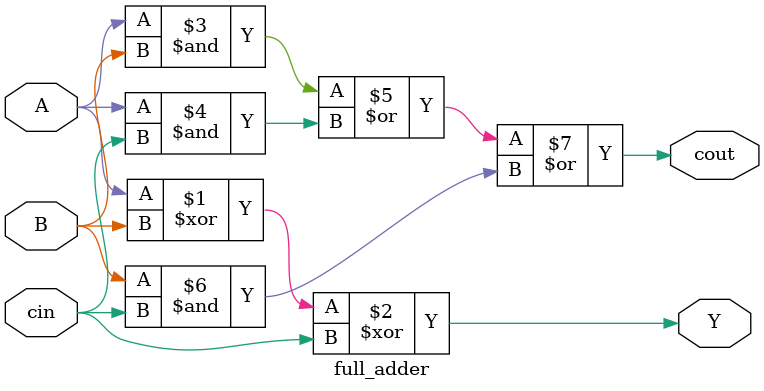
<source format=v>
module full_adder(
input A, B, cin,
output Y, cout


);
assign Y = A ^ B ^ cin;
assign cout = (A & B) | (A & cin) | (B & cin);
endmodule
</source>
